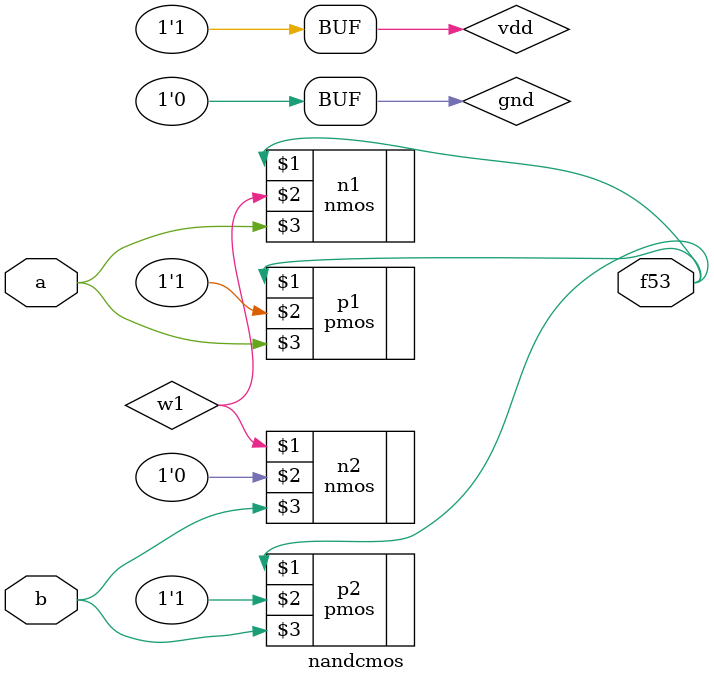
<source format=v>
`timescale 1ns / 1ps
module nandcmos(
    input a,
    input b,
    output f53
    );
	 wire w1;
	 supply1 vdd;
	 supply0 gnd;
	 pmos p1(f53,vdd,a);
	 pmos p2(f53,vdd,b);
	 nmos n1(f53,w1,a);
	 nmos n2(w1,gnd,b);

endmodule

</source>
